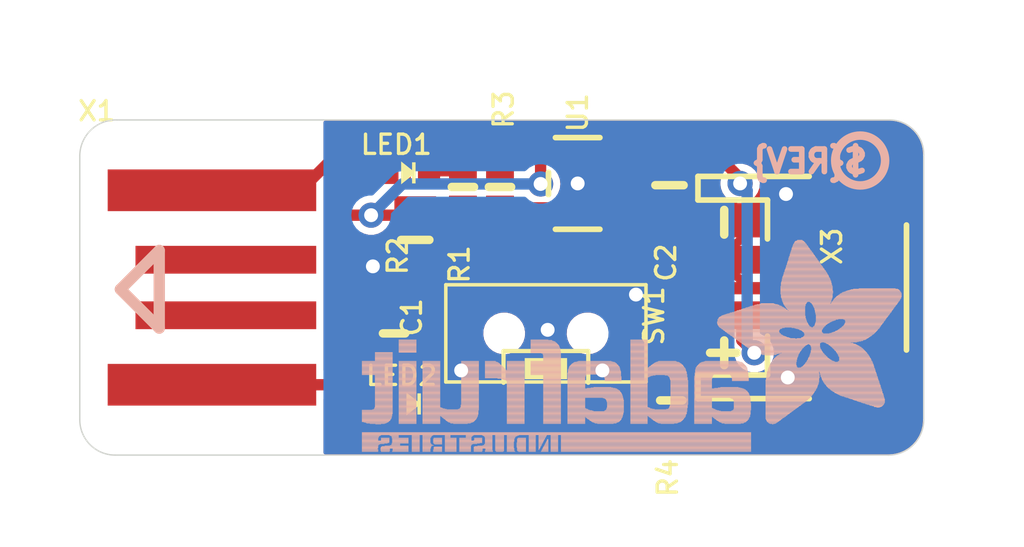
<source format=kicad_pcb>
(kicad_pcb (version 20221018) (generator pcbnew)
  (layers (0 "F.Cu" signal) (31 "B.Cu" signal) (34 "B.Paste" user) (35 "F.Paste" user) (36 "B.SilkS" user "B.Silkscreen") (37 "F.SilkS" user "F.Silkscreen") (38 "B.Mask" user) (39 "F.Mask" user) (44 "Edge.Cuts" user))
  (net 0 "")
  (net 1 "GND")
  (net 2 "N$1")
  (net 3 "N$2")
  (net 4 "VDD")
  (net 5 "VBAT")
  (net 6 "N$5")
  (net 7 "N$6")
  (net 8 "N$3")
  (net 9 "N$4")
  (footprint "working:PLABEL4" (layer "F.Cu") (at 148.500896 110.083793)
    (fp_text reference "PLABEL4" hide)
    (fp_text value "" hide)
  )
  (footprint "working:PLABEL0" (layer "F.Cu") (at 143.103396 100.241293)
    (fp_text reference "PLABEL0" hide)
    (fp_text value "" hide)
  )
  (footprint "working:CHIPLED_0603_NOOUTLINE" (layer "F.Cu") (at 145.135396 100.876293 -90)
    (fp_text reference "LED1" (at -1.016 1.778) (layer "F.SilkS") (effects (font (size 0.692831 0.692831) (thickness 0.119969)) (justify left)))
    (fp_text value "RED")
    (pad "A" smd rect (at 0 0.75 270) (size 0.8 0.8) (layers "F.Cu" "F.Paste" "F.Mask") (net 4 "VDD"))
    (pad "C" smd rect (at 0 -0.75 270) (size 0.8 0.8) (layers "F.Cu" "F.Paste" "F.Mask") (net 2 "N$1"))
  )
  (footprint "working:PLABEL1" (layer "F.Cu") (at 142.531896 110.845793)
    (fp_text reference "PLABEL1" hide)
    (fp_text value "" hide)
  )
  (footprint "working:JSTPH2_BATT" (layer "F.Cu") (at 158.406896 105.003793 -90)
    (fp_text reference "X3" (at -2.2225 -1.9685 90) (layer "F.SilkS") (effects (font (size 0.692831 0.692831) (thickness 0.119969)) (justify right)))
    (fp_text value "CON_JST_PH_2PIN_MT_BATT")
    (pad "1" smd rect (at -1 2.049 270) (size 1 4.6) (layers "F.Cu" "F.Paste" "F.Mask") (net 1 "GND"))
    (pad "2" smd rect (at 1 2.049 270) (size 1 4.6) (layers "F.Cu" "F.Paste" "F.Mask") (net 5 "VBAT"))
    (pad "NC1" smd rect (at -3.4 -3.151) (size 3.4 1.6) (layers "F.Cu" "F.Paste" "F.Mask") (net 1 "GND"))
    (pad "NC2" smd rect (at 3.4 -3.151) (size 3.4 1.6) (layers "F.Cu" "F.Paste" "F.Mask") (net 1 "GND"))
  )
  (footprint "working:0603-NO" (layer "F.Cu") (at 147.103896 101.384293 -90)
    (fp_text reference "R1" (at 2.032 0.127 90) (layer "F.SilkS") (effects (font (size 0.692831 0.692831) (thickness 0.119969)) (justify right)))
    (fp_text value "2K")
    (pad "1" smd rect (at -0.85 0 270) (size 1.075 1) (layers "F.Cu" "F.Paste" "F.Mask") (net 2 "N$1"))
    (pad "2" smd rect (at 0.85 0 270) (size 1.075 1) (layers "F.Cu" "F.Paste" "F.Mask") (net 3 "N$2"))
  )
  (footprint "working:0805-NO" (layer "F.Cu") (at 145.389396 103.289293 -90)
    (fp_text reference "C1" (at 2.032 0.127 90) (layer "F.SilkS") (effects (font (size 0.692831 0.692831) (thickness 0.119969)) (justify right)))
    (fp_text value "10uF")
    (pad "1" smd rect (at -0.95 0 270) (size 1.24 1.5) (layers "F.Cu" "F.Paste" "F.Mask") (net 4 "VDD"))
    (pad "2" smd rect (at 0.95 0 270) (size 1.24 1.5) (layers "F.Cu" "F.Paste" "F.Mask") (net 1 "GND"))
  )
  (footprint "working:EG1390" (layer "F.Cu") (at 150.088396 106.654793 180)
    (fp_text reference "SW1" (at -3.886 1.764 90) (layer "F.SilkS") (effects (font (size 0.692831 0.692831) (thickness 0.119969)) (justify right)))
    (fp_text value "DPDT Switch")
    (pad "" np_thru_hole circle (at -1.5 0 180) (size 1 1) (drill 1) (layers "*.Cu" "*.Mask"))
    (pad "" np_thru_hole circle (at 1.5 0 180) (size 1 1) (drill 1) (layers "*.Cu" "*.Mask"))
    (pad "O1" smd rect (at -2.5 -2.8 180) (size 1 1.5) (layers "F.Cu" "F.Paste" "F.Mask") (net 1 "GND"))
    (pad "O2" smd rect (at -2.5 2.8 180) (size 1 1.5) (layers "F.Cu" "F.Paste" "F.Mask") (net 9 "N$4"))
    (pad "P1" smd rect (at 0 -2.8 180) (size 1 1.5) (layers "F.Cu" "F.Paste" "F.Mask") (net 1 "GND"))
    (pad "P2" smd rect (at 0 2.8 180) (size 1 1.5) (layers "F.Cu" "F.Paste" "F.Mask") (net 6 "N$5"))
    (pad "S1" smd rect (at 2.5 -2.8 180) (size 1 1.5) (layers "F.Cu" "F.Paste" "F.Mask") (net 1 "GND"))
    (pad "S2" smd rect (at 2.5 2.8 180) (size 1 1.5) (layers "F.Cu" "F.Paste" "F.Mask") (net 8 "N$3"))
  )
  (footprint "working:0603-NO" (layer "F.Cu") (at 144.627396 106.654793 90)
    (fp_text reference "R2" (at 2.032 0.127 90) (layer "F.SilkS") (effects (font (size 0.692831 0.692831) (thickness 0.119969)) (justify left)))
    (fp_text value "10K")
    (pad "1" smd rect (at -0.85 0 90) (size 1.075 1) (layers "F.Cu" "F.Paste" "F.Mask") (net 7 "N$6"))
    (pad "2" smd rect (at 0.85 0 90) (size 1.075 1) (layers "F.Cu" "F.Paste" "F.Mask") (net 3 "N$2"))
  )
  (footprint "working:0603-NO" (layer "F.Cu") (at 148.437396 101.384293 90)
    (fp_text reference "R3" (at 2.032 0.127 90) (layer "F.SilkS") (effects (font (size 0.692831 0.692831) (thickness 0.119969)) (justify left)))
    (fp_text value "10K")
    (pad "1" smd rect (at -0.85 0 90) (size 1.075 1) (layers "F.Cu" "F.Paste" "F.Mask") (net 8 "N$3"))
    (pad "2" smd rect (at 0.85 0 90) (size 1.075 1) (layers "F.Cu" "F.Paste" "F.Mask") (net 1 "GND"))
  )
  (footprint "working:USBA_PCB" (layer "F.Cu") (at 138.277396 105.003793)
    (fp_text reference "X1" (at -5.08 -6.35) (layer "F.SilkS") (effects (font (size 0.692831 0.692831) (thickness 0.119969)) (justify left)))
    (fp_text value "PCBUSB")
    (pad "GND" smd rect (at -0.2 -3.5) (size 7.5 1.5) (layers "F.Cu" "F.Mask") (net 1 "GND"))
    (pad "USB_NEG" smd rect (at 0.3 1) (size 6.5 1) (layers "F.Cu" "F.Mask"))
    (pad "USB_PLUS" smd rect (at 0.3 -1) (size 6.5 1) (layers "F.Cu" "F.Mask"))
    (pad "VCC" smd rect (at -0.2 3.5) (size 7.5 1.5) (layers "F.Cu" "F.Mask") (net 4 "VDD"))
  )
  (footprint "working:PLABEL5" (layer "F.Cu") (at 150.850396 110.020293)
    (fp_text reference "PLABEL5" hide)
    (fp_text value "" hide)
  )
  (footprint "working:0603-NO" (layer "F.Cu") (at 154.596896 109.067793 -90)
    (fp_text reference "R4" (at 2.032 0.127 90) (layer "F.SilkS") (effects (font (size 0.692831 0.692831) (thickness 0.119969)) (justify right)))
    (fp_text value "2K")
    (pad "1" smd rect (at -0.85 0 270) (size 1.075 1) (layers "F.Cu" "F.Paste" "F.Mask") (net 9 "N$4"))
    (pad "2" smd rect (at 0.85 0 270) (size 1.075 1) (layers "F.Cu" "F.Paste" "F.Mask") (net 1 "GND"))
  )
  (footprint "working:CHIPLED_0603_NOOUTLINE" (layer "F.Cu") (at 145.325896 109.194793 -90)
    (fp_text reference "LED2" (at -1.016 1.778) (layer "F.SilkS") (effects (font (size 0.692831 0.692831) (thickness 0.119969)) (justify left)))
    (fp_text value "GREEN")
    (pad "A" smd rect (at 0 0.75 270) (size 0.8 0.8) (layers "F.Cu" "F.Paste" "F.Mask") (net 7 "N$6"))
    (pad "C" smd rect (at 0 -0.75 270) (size 0.8 0.8) (layers "F.Cu" "F.Paste" "F.Mask") (net 1 "GND"))
  )
  (footprint "working:PLABEL7" (layer "F.Cu") (at 150.977396 104.368793)
    (fp_text reference "PLABEL7" hide)
    (fp_text value "" hide)
  )
  (footprint "working:SOT23-5" (layer "F.Cu") (at 151.231396 101.257293 90)
    (fp_text reference "U1" (at 1.778 0 90) (layer "F.SilkS") (effects (font (size 0.692831 0.692831) (thickness 0.119969)) (justify left)))
    (fp_text value "MCP73831T-2ACI/OT")
    (pad "1" smd rect (at -0.95 1.3001 90) (size 0.55 1.2) (layers "F.Cu" "F.Paste" "F.Mask") (net 3 "N$2"))
    (pad "2" smd rect (at 0 1.3001 90) (size 0.55 1.2) (layers "F.Cu" "F.Paste" "F.Mask") (net 1 "GND"))
    (pad "3" smd rect (at 0.95 1.3001 90) (size 0.55 1.2) (layers "F.Cu" "F.Paste" "F.Mask") (net 5 "VBAT"))
    (pad "4" smd rect (at 0.95 -1.3001 90) (size 0.55 1.2) (layers "F.Cu" "F.Paste" "F.Mask") (net 4 "VDD"))
    (pad "5" smd rect (at -0.95 -1.3001 90) (size 0.55 1.2) (layers "F.Cu" "F.Paste" "F.Mask") (net 6 "N$5"))
  )
  (footprint "working:PLABEL8" (layer "F.Cu") (at 148.437396 104.368793)
    (fp_text reference "PLABEL8" hide)
    (fp_text value "" hide)
  )
  (footprint "working:0805-NO" (layer "F.Cu") (at 154.533396 101.320793 -90)
    (fp_text reference "C2" (at 2.032 0.127 90) (layer "F.SilkS") (effects (font (size 0.692831 0.692831) (thickness 0.119969)) (justify right)))
    (fp_text value "10uF")
    (pad "1" smd rect (at -0.95 0 270) (size 1.24 1.5) (layers "F.Cu" "F.Paste" "F.Mask") (net 5 "VBAT"))
    (pad "2" smd rect (at 0.95 0 270) (size 1.24 1.5) (layers "F.Cu" "F.Paste" "F.Mask") (net 1 "GND"))
  )
  (footprint "working:PLABEL6" (layer "F.Cu") (at 146.278396 108.178793 90)
    (fp_text reference "PLABEL6" hide)
    (fp_text value "" hide)
  )
  (footprint "working:PLABEL3" (layer "F.Cu") (at 157.073396 110.655293)
    (fp_text reference "PLABEL3" hide)
    (fp_text value "" hide)
  )
  (footprint "working:FIDUCIAL_1MM" (layer "F.Cu") (at 160.819896 105.003793)
    (fp_text reference "FID1" hide)
    (fp_text value "FIDUCIAL_1MM" hide)
    (pad "1" smd roundrect (at 0 0) (size 1 1) (layers "F.Cu" "F.Mask") (roundrect_rratio 0.5))
  )
  (footprint "working:PLABEL2" (layer "F.Cu") (at 155.930396 100.368293)
    (fp_text reference "PLABEL2" hide)
    (fp_text value "" hide)
  )
  (footprint "working:PLABEL10" (layer "B.Cu") (at 137.324896 104.940293 90)
    (fp_text reference "PLABEL10" hide)
    (fp_text value "" hide)
  )
  (footprint "working:PLABEL11" (layer "B.Cu") (at 157.835396 100.749293 180)
    (fp_text reference "PLABEL11" hide)
    (fp_text value "" hide)
  )
  (footprint "working:PCBFEAT-REV-040" (layer "B.Cu") (at 161.391396 100.431793 180)
    (fp_text reference "U$9" hide)
    (fp_text value "" hide)
    (fp_text user "${REV}" (at -0.3556 -0.508) (layer "B.SilkS") (effects (font (size 0.8128 0.8128) (thickness 0.2032)) (justify left bottom mirror)))
  )
  (footprint "working:ADAFRUIT_TEXT_20MM" (layer "B.Cu") (at 163.042396 110.909293 180)
    (fp_text reference "U$8" hide)
    (fp_text value "" hide)
  )
  (footprint "working:PLABEL9" (layer "B.Cu") (at 156.565396 106.083293 180)
    (fp_text reference "PLABEL9" hide)
    (fp_text value "" hide)
  )
  (gr_line (start 134.784896 105.067293) (end 136.181896 106.464293) (stroke (width 0.4064)) (layer "B.SilkS"))
  (gr_line (start 136.181896 103.670293) (end 134.784896 105.067293) (stroke (width 0.4064)) (layer "B.SilkS"))
  (gr_line (start 136.181896 106.464293) (end 136.181896 103.670293) (stroke (width 0.4064)) (layer "B.SilkS"))
  (gr_arc (start 163.677396 109.766293) (mid 163.305422 110.664319) (end 162.407396 111.036293) (stroke (width 0.05)) (layer "Edge.Cuts"))
  (gr_arc (start 162.470896 98.971293) (mid 163.337172 99.356419) (end 163.677396 100.241293) (stroke (width 0.05)) (layer "Edge.Cuts"))
  (gr_line (start 133.324396 109.766293) (end 133.324396 100.241293) (stroke (width 0.05)) (layer "Edge.Cuts"))
  (gr_arc (start 133.324396 100.241293) (mid 133.72812 99.330116) (end 134.657896 98.971293) (stroke (width 0.05)) (layer "Edge.Cuts"))
  (gr_line (start 162.407396 111.036293) (end 134.594396 111.036293) (stroke (width 0.05)) (layer "Edge.Cuts"))
  (gr_line (start 163.677396 100.241293) (end 163.677396 109.766293) (stroke (width 0.05)) (layer "Edge.Cuts"))
  (gr_arc (start 134.594396 111.036293) (mid 133.69637 110.664319) (end 133.324396 109.766293) (stroke (width 0.05)) (layer "Edge.Cuts"))
  (gr_line (start 134.657896 98.971293) (end 162.470896 98.971293) (stroke (width 0.05)) (layer "Edge.Cuts"))
  (gr_text "" (at 154.215896 105.130793) (layer "B.SilkS") (effects (font (size 0.87376 0.87376) (thickness 0.14224)) (justify left bottom mirror)))
  (segment (start 153.326896 101.257293) (end 154.340396 102.270793) (width 0.4064) (layer "F.Cu") (net 1))
  (segment (start 154.533396 102.270793) (end 154.533396 104.231731) (width 0.4064) (layer "F.Cu") (net 1))
  (segment (start 154.340396 102.270793) (end 154.533396 102.270793) (width 0.4064) (layer "F.Cu") (net 1))
  (segment (start 138.077396 101.503793) (end 141.269396 101.503793) (width 0.4064) (layer "F.Cu") (net 1))
  (segment (start 141.269396 101.503793) (end 142.912896 99.860293) (width 0.4064) (layer "F.Cu") (net 1))
  (segment (start 152.531496 101.257293) (end 153.326896 101.257293) (width 0.4064) (layer "F.Cu") (net 1))
  (via (at 158.787896 108.242293) (size 0.9064) (drill 0.5) (layers "F.Cu" "B.Cu") (net 1))
  (via (at 153.326896 105.257793) (size 0.9064) (drill 0.5) (layers "F.Cu" "B.Cu") (net 1))
  (via (at 143.865396 104.241793) (size 0.9064) (drill 0.5) (layers "F.Cu" "B.Cu") (net 1))
  (via (at 147.040396 107.988293) (size 0.9064) (drill 0.5) (layers "F.Cu" "B.Cu") (net 1))
  (via (at 151.231396 101.257293) (size 0.9064) (drill 0.5) (layers "F.Cu" "B.Cu") (net 1))
  (via (at 152.120396 107.988293) (size 0.9064) (drill 0.5) (layers "F.Cu" "B.Cu") (net 1))
  (via (at 150.151896 106.527793) (size 0.9064) (drill 0.5) (layers "F.Cu" "B.Cu") (net 1))
  (via (at 158.724396 101.638293) (size 0.9064) (drill 0.5) (layers "F.Cu" "B.Cu") (net 1))
  (segment (start 146.761896 100.876293) (end 147.103896 100.534293) (width 0.254) (layer "F.Cu") (net 2))
  (segment (start 145.885396 100.876293) (end 146.761896 100.876293) (width 0.254) (layer "F.Cu") (net 2))
  (segment (start 144.778896 105.956293) (end 144.627396 105.804793) (width 0.254) (layer "F.Cu") (net 3))
  (segment (start 147.103896 102.234293) (end 147.103896 102.615293) (width 0.254) (layer "F.Cu") (net 3))
  (segment (start 150.405896 105.384793) (end 146.532396 105.384793) (width 0.254) (layer "F.Cu") (net 3))
  (segment (start 146.659396 105.257793) (end 146.532396 105.384793) (width 0.254) (layer "F.Cu") (net 3))
  (segment (start 146.532396 105.384793) (end 145.960896 105.956293) (width 0.254) (layer "F.Cu") (net 3))
  (segment (start 152.531496 102.207293) (end 151.360896 102.207293) (width 0.254) (layer "F.Cu") (net 3))
  (segment (start 151.104396 102.463793) (end 151.104396 104.686293) (width 0.254) (layer "F.Cu") (net 3))
  (segment (start 151.360896 102.207293) (end 151.104396 102.463793) (width 0.254) (layer "F.Cu") (net 3))
  (segment (start 145.960896 105.956293) (end 144.778896 105.956293) (width 0.254) (layer "F.Cu") (net 3))
  (segment (start 147.103896 102.615293) (end 146.659396 103.059793) (width 0.254) (layer "F.Cu") (net 3))
  (segment (start 146.659396 103.059793) (end 146.659396 105.257793) (width 0.254) (layer "F.Cu") (net 3))
  (segment (start 151.104396 104.686293) (end 150.405896 105.384793) (width 0.254) (layer "F.Cu") (net 3))
  (segment (start 142.912896 108.24229) (end 142.651396 108.503793) (width 0.4064) (layer "F.Cu") (net 4))
  (segment (start 149.897896 100.340693) (end 149.931296 100.307293) (width 0.4064) (layer "F.Cu") (net 4))
  (segment (start 145.328396 102.400293) (end 145.389396 102.339293) (width 0.4064) (layer "F.Cu") (net 4))
  (segment (start 149.897896 101.275893) (end 149.897896 100.340693) (width 0.4064) (layer "F.Cu") (net 4))
  (segment (start 143.801896 102.400293) (end 145.328396 102.400293) (width 0.4064) (layer "F.Cu") (net 4))
  (segment (start 143.420896 100.876293) (end 142.912896 101.384293) (width 0.4064) (layer "F.Cu") (net 4))
  (segment (start 142.912896 102.339293) (end 142.912896 108.24229) (width 0.4064) (layer "F.Cu") (net 4))
  (segment (start 142.973896 102.400293) (end 143.801896 102.400293) (width 0.4064) (layer "F.Cu") (net 4))
  (segment (start 144.385396 100.876293) (end 143.420896 100.876293) (width 0.4064) (layer "F.Cu") (net 4))
  (segment (start 142.912896 101.384293) (end 142.912896 102.339293) (width 0.4064) (layer "F.Cu") (net 4))
  (segment (start 142.651396 108.503793) (end 138.077396 108.503793) (width 0.4064) (layer "F.Cu") (net 4))
  (segment (start 142.912896 102.339293) (end 142.973896 102.400293) (width 0.4064) (layer "F.Cu") (net 4))
  (via (at 149.897896 101.275893) (size 0.9064) (drill 0.5) (layers "F.Cu" "B.Cu") (net 4))
  (via (at 143.801896 102.400293) (size 0.9064) (drill 0.5) (layers "F.Cu" "B.Cu") (net 4))
  (segment (start 143.801896 102.400293) (end 144.926296 101.275893) (width 0.4064) (layer "B.Cu") (net 4))
  (segment (start 144.926296 101.275893) (end 149.897896 101.275893) (width 0.4064) (layer "B.Cu") (net 4))
  (segment (start 157.581396 107.353293) (end 157.136896 106.908793) (width 0.4064) (layer "F.Cu") (net 5))
  (segment (start 152.531496 100.307293) (end 154.469896 100.307293) (width 0.4064) (layer "F.Cu") (net 5))
  (segment (start 157.136896 106.146793) (end 156.993896 106.003793) (width 0.4064) (layer "F.Cu") (net 5))
  (segment (start 156.993896 106.003793) (end 156.357896 106.003793) (width 0.4064) (layer "F.Cu") (net 5))
  (segment (start 157.073396 101.066793) (end 156.377396 100.370793) (width 0.4064) (layer "F.Cu") (net 5))
  (segment (start 157.073396 101.257293) (end 157.073396 101.066793) (width 0.4064) (layer "F.Cu") (net 5))
  (segment (start 157.136896 106.908793) (end 157.136896 106.146793) (width 0.4064) (layer "F.Cu") (net 5))
  (segment (start 154.469896 100.307293) (end 154.533396 100.370793) (width 0.4064) (layer "F.Cu") (net 5))
  (segment (start 154.533396 100.370793) (end 156.377396 100.370793) (width 0.4064) (layer "F.Cu") (net 5))
  (via (at 157.581396 107.353293) (size 0.9064) (drill 0.5) (layers "F.Cu" "B.Cu") (net 5))
  (via (at 157.073396 101.257293) (size 0.9064) (drill 0.5) (layers "F.Cu" "B.Cu") (net 5))
  (segment (start 157.327396 107.099293) (end 157.581396 107.353293) (width 0.4064) (layer "B.Cu") (net 5))
  (segment (start 157.327396 101.511293) (end 157.327396 107.099293) (width 0.4064) (layer "B.Cu") (net 5))
  (segment (start 157.073396 101.257293) (end 157.327396 101.511293) (width 0.4064) (layer "B.Cu") (net 5))
  (segment (start 149.931296 103.697693) (end 150.088396 103.854793) (width 0.254) (layer "F.Cu") (net 6))
  (segment (start 149.931296 102.207293) (end 149.931296 103.697693) (width 0.254) (layer "F.Cu") (net 6))
  (segment (start 144.627396 107.504793) (end 144.575896 107.556293) (width 0.254) (layer "F.Cu") (net 7))
  (segment (start 144.575896 107.556293) (end 144.575896 109.194793) (width 0.254) (layer "F.Cu") (net 7))
  (segment (start 148.437396 103.005793) (end 147.588396 103.854793) (width 0.254) (layer "F.Cu") (net 8))
  (segment (start 148.437396 102.234293) (end 148.437396 103.005793) (width 0.254) (layer "F.Cu") (net 8))
  (segment (start 154.596896 108.217793) (end 154.254896 108.217793) (width 0.254) (layer "F.Cu") (net 9))
  (segment (start 152.461396 103.981793) (end 152.588396 103.854793) (width 0.254) (layer "F.Cu") (net 9))
  (segment (start 154.254896 108.217793) (end 152.461396 106.424293) (width 0.254) (layer "F.Cu") (net 9))
  (segment (start 152.461396 103.981793) (end 152.461396 106.424293) (width 0.254) (layer "F.Cu") (net 9))
  (zone (net 1) (net_name "GND") (layer "F.Cu") (priority 6) (connect_pads (clearance 0.254)) (min_thickness 0.127) (fill yes (thermal_gap 0.304) (thermal_bridge_width 0.304))
    (polygon (pts (xy 163.804396 111.163293) (xy 142.087396 111.163293) (xy 142.087396 98.844293) (xy 163.804396 98.844293)))
  )
  (zone (net 1) (net_name "GND") (layer "B.Cu") (priority 6) (connect_pads (clearance 0.254)) (min_thickness 0.127) (fill yes (thermal_gap 0.304) (thermal_bridge_width 0.304))
    (polygon (pts (xy 163.804396 111.163293) (xy 142.087396 111.163293) (xy 142.087396 98.844293) (xy 163.804396 98.844293)))
  )
)
</source>
